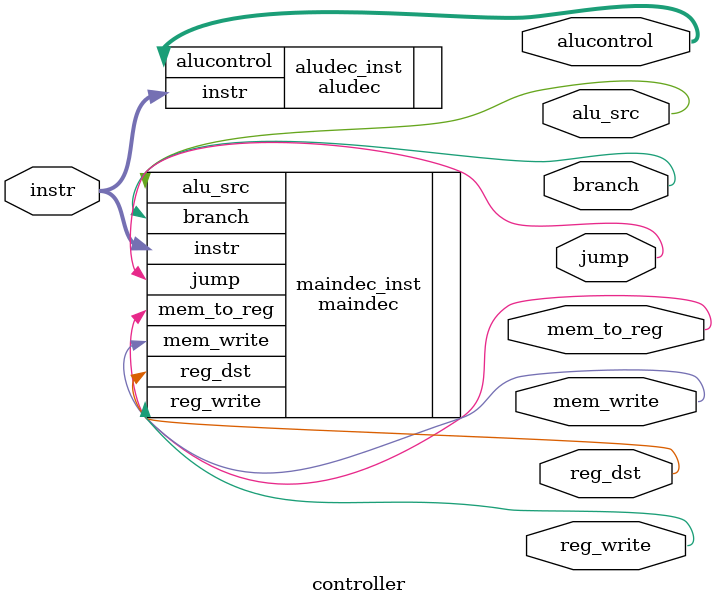
<source format=v>
`include "maindec.v"
`include "regfile.v"
`include "alu.v"
`include "aludec.v"
module controller (
	input  [31:0] instr     ,
	// other side
	output        branch    ,
	output        jump      ,
	output        mem_to_reg,
	output        mem_write ,
	output        reg_dst   ,
	output        reg_write ,
	// alu side
	output [ 2:0] alucontrol,
	output        alu_src
);

	maindec maindec_inst (
		.instr     (instr     ),
		.branch    (branch    ),
		.jump      (jump      ),
		.mem_to_reg(mem_to_reg),
		.mem_write (mem_write ),
		.reg_dst   (reg_dst   ),
		.reg_write (reg_write ),
		.alu_src   (alu_src   )
	);

	aludec aludec_inst (
		.instr     (instr     ),
		.alucontrol(alucontrol)
	);

endmodule
</source>
